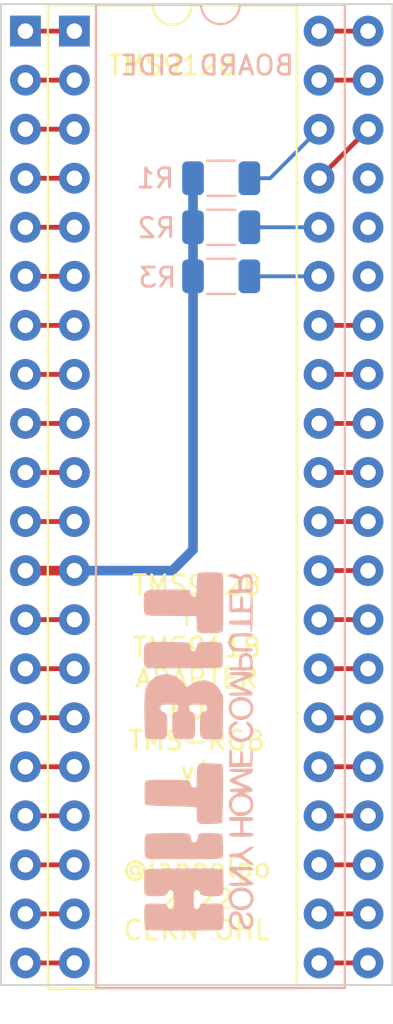
<source format=kicad_pcb>
(kicad_pcb (version 20211014) (generator pcbnew)
  (layers (0 "F.Cu" signal) (31 "B.Cu" signal) (34 "B.Paste" user) (35 "F.Paste" user) (36 "B.SilkS" user "B.Silkscreen") (37 "F.SilkS" user "F.Silkscreen") (38 "B.Mask" user) (39 "F.Mask" user) (44 "Edge.Cuts" user))
  (net 0 "")
  (footprint "Package_DIP:DIP-40_W15.24mm" (layer "F.Cu") (at 124.46 66.04)
    (fp_text reference "BOARD SIDE" (at 6.892936 1.778) (layer "B.SilkS") (effects (justify mirror)))
    (fp_text value "DIP-40_W15.24mm")
    (fp_line (start 14.037613 -1.365259) (end 14.037613 49.554741) (layer "B.SilkS") (width 0.12))
    (fp_line (start 1.117613 -1.365259) (end 6.577613 -1.365259) (layer "B.SilkS") (width 0.12))
    (fp_line (start 14.037613 49.554741) (end 1.117613 49.554741) (layer "B.SilkS") (width 0.12))
    (fp_line (start 1.117613 49.554741) (end 1.117613 -1.365259) (layer "B.SilkS") (width 0.12))
    (fp_line (start 8.577613 -1.365259) (end 14.037613 -1.365259) (layer "B.SilkS") (width 0.12))
    (fp_arc (start 8.577613 -1.365259) (mid 7.577613 -0.365259) (end 6.577613 -1.365259) (layer "B.SilkS") (width 0.12))
    (pad "1" thru_hole rect (at 0 0) (size 1.6 1.6) (drill 0.8) (layers *.Cu *.Mask))
    (pad "2" thru_hole oval (at 0 2.54) (size 1.6 1.6) (drill 0.8) (layers *.Cu *.Mask))
    (pad "3" thru_hole oval (at 0 5.08) (size 1.6 1.6) (drill 0.8) (layers *.Cu *.Mask))
    (pad "4" thru_hole oval (at 0 7.62) (size 1.6 1.6) (drill 0.8) (layers *.Cu *.Mask))
    (pad "5" thru_hole oval (at 0 10.16) (size 1.6 1.6) (drill 0.8) (layers *.Cu *.Mask))
    (pad "6" thru_hole oval (at 0 12.7) (size 1.6 1.6) (drill 0.8) (layers *.Cu *.Mask))
    (pad "7" thru_hole oval (at 0 15.24) (size 1.6 1.6) (drill 0.8) (layers *.Cu *.Mask))
    (pad "8" thru_hole oval (at 0 17.78) (size 1.6 1.6) (drill 0.8) (layers *.Cu *.Mask))
    (pad "9" thru_hole oval (at 0 20.32) (size 1.6 1.6) (drill 0.8) (layers *.Cu *.Mask))
    (pad "10" thru_hole oval (at 0 22.86) (size 1.6 1.6) (drill 0.8) (layers *.Cu *.Mask))
    (pad "11" thru_hole oval (at 0 25.4) (size 1.6 1.6) (drill 0.8) (layers *.Cu *.Mask))
    (pad "12" thru_hole oval (at 0 27.94) (size 1.6 1.6) (drill 0.8) (layers *.Cu *.Mask))
    (pad "13" thru_hole oval (at 0 30.48) (size 1.6 1.6) (drill 0.8) (layers *.Cu *.Mask))
    (pad "14" thru_hole oval (at 0 33.02) (size 1.6 1.6) (drill 0.8) (layers *.Cu *.Mask))
    (pad "15" thru_hole oval (at 0 35.56) (size 1.6 1.6) (drill 0.8) (layers *.Cu *.Mask))
    (pad "16" thru_hole oval (at 0 38.1) (size 1.6 1.6) (drill 0.8) (layers *.Cu *.Mask))
    (pad "17" thru_hole oval (at 0 40.64) (size 1.6 1.6) (drill 0.8) (layers *.Cu *.Mask))
    (pad "18" thru_hole oval (at 0 43.18) (size 1.6 1.6) (drill 0.8) (layers *.Cu *.Mask))
    (pad "19" thru_hole oval (at 0 45.72) (size 1.6 1.6) (drill 0.8) (layers *.Cu *.Mask))
    (pad "20" thru_hole oval (at 0 48.26) (size 1.6 1.6) (drill 0.8) (layers *.Cu *.Mask))
    (pad "21" thru_hole oval (at 15.24 48.26) (size 1.6 1.6) (drill 0.8) (layers *.Cu *.Mask))
    (pad "22" thru_hole oval (at 15.24 45.72) (size 1.6 1.6) (drill 0.8) (layers *.Cu *.Mask))
    (pad "23" thru_hole oval (at 15.24 43.18) (size 1.6 1.6) (drill 0.8) (layers *.Cu *.Mask))
    (pad "24" thru_hole oval (at 15.24 40.64) (size 1.6 1.6) (drill 0.8) (layers *.Cu *.Mask))
    (pad "25" thru_hole oval (at 15.24 38.1) (size 1.6 1.6) (drill 0.8) (layers *.Cu *.Mask))
    (pad "26" thru_hole oval (at 15.24 35.56) (size 1.6 1.6) (drill 0.8) (layers *.Cu *.Mask))
    (pad "27" thru_hole oval (at 15.24 33.02) (size 1.6 1.6) (drill 0.8) (layers *.Cu *.Mask))
    (pad "28" thru_hole oval (at 15.24 30.48) (size 1.6 1.6) (drill 0.8) (layers *.Cu *.Mask))
    (pad "29" thru_hole oval (at 15.24 27.94) (size 1.6 1.6) (drill 0.8) (layers *.Cu *.Mask))
    (pad "30" thru_hole oval (at 15.24 25.4) (size 1.6 1.6) (drill 0.8) (layers *.Cu *.Mask))
    (pad "31" thru_hole oval (at 15.24 22.86) (size 1.6 1.6) (drill 0.8) (layers *.Cu *.Mask))
    (pad "32" thru_hole oval (at 15.24 20.32) (size 1.6 1.6) (drill 0.8) (layers *.Cu *.Mask))
    (pad "33" thru_hole oval (at 15.24 17.78) (size 1.6 1.6) (drill 0.8) (layers *.Cu *.Mask))
    (pad "34" thru_hole oval (at 15.24 15.24) (size 1.6 1.6) (drill 0.8) (layers *.Cu *.Mask))
    (pad "35" thru_hole oval (at 15.24 12.7) (size 1.6 1.6) (drill 0.8) (layers *.Cu *.Mask))
    (pad "36" thru_hole oval (at 15.24 10.16) (size 1.6 1.6) (drill 0.8) (layers *.Cu *.Mask))
    (pad "37" thru_hole oval (at 15.24 7.62) (size 1.6 1.6) (drill 0.8) (layers *.Cu *.Mask))
    (pad "38" thru_hole oval (at 15.24 5.08) (size 1.6 1.6) (drill 0.8) (layers *.Cu *.Mask))
    (pad "39" thru_hole oval (at 15.24 2.54) (size 1.6 1.6) (drill 0.8) (layers *.Cu *.Mask))
    (pad "40" thru_hole oval (at 15.24 0) (size 1.6 1.6) (drill 0.8) (layers *.Cu *.Mask))
  )
  (footprint "Package_DIP:DIP-40_W15.24mm" (layer "F.Cu") (at 121.92 66.04)
    (fp_text reference "TMS9128" (at 7.62 1.778) (layer "F.SilkS"))
    (fp_text value "DIP-40_W15.24mm")
    (fp_line (start 14.08 49.59) (end 14.08 -1.33) (layer "F.SilkS") (width 0.12))
    (fp_line (start 14.08 -1.33) (end 8.62 -1.33) (layer "F.SilkS") (width 0.12))
    (fp_line (start 1.16 49.59) (end 14.08 49.59) (layer "F.SilkS") (width 0.12))
    (fp_line (start 6.62 -1.33) (end 1.16 -1.33) (layer "F.SilkS") (width 0.12))
    (fp_line (start 1.16 -1.33) (end 1.16 49.59) (layer "F.SilkS") (width 0.12))
    (fp_arc (start 8.62 -1.33) (mid 7.62 -0.33) (end 6.62 -1.33) (layer "F.SilkS") (width 0.12))
    (pad "1" thru_hole rect (at 0 0) (size 1.6 1.6) (drill 0.8) (layers *.Cu *.Mask))
    (pad "2" thru_hole oval (at 0 2.54) (size 1.6 1.6) (drill 0.8) (layers *.Cu *.Mask))
    (pad "3" thru_hole oval (at 0 5.08) (size 1.6 1.6) (drill 0.8) (layers *.Cu *.Mask))
    (pad "4" thru_hole oval (at 0 7.62) (size 1.6 1.6) (drill 0.8) (layers *.Cu *.Mask))
    (pad "5" thru_hole oval (at 0 10.16) (size 1.6 1.6) (drill 0.8) (layers *.Cu *.Mask))
    (pad "6" thru_hole oval (at 0 12.7) (size 1.6 1.6) (drill 0.8) (layers *.Cu *.Mask))
    (pad "7" thru_hole oval (at 0 15.24) (size 1.6 1.6) (drill 0.8) (layers *.Cu *.Mask))
    (pad "8" thru_hole oval (at 0 17.78) (size 1.6 1.6) (drill 0.8) (layers *.Cu *.Mask))
    (pad "9" thru_hole oval (at 0 20.32) (size 1.6 1.6) (drill 0.8) (layers *.Cu *.Mask))
    (pad "10" thru_hole oval (at 0 22.86) (size 1.6 1.6) (drill 0.8) (layers *.Cu *.Mask))
    (pad "11" thru_hole oval (at 0 25.4) (size 1.6 1.6) (drill 0.8) (layers *.Cu *.Mask))
    (pad "12" thru_hole oval (at 0 27.94) (size 1.6 1.6) (drill 0.8) (layers *.Cu *.Mask))
    (pad "13" thru_hole oval (at 0 30.48) (size 1.6 1.6) (drill 0.8) (layers *.Cu *.Mask))
    (pad "14" thru_hole oval (at 0 33.02) (size 1.6 1.6) (drill 0.8) (layers *.Cu *.Mask))
    (pad "15" thru_hole oval (at 0 35.56) (size 1.6 1.6) (drill 0.8) (layers *.Cu *.Mask))
    (pad "16" thru_hole oval (at 0 38.1) (size 1.6 1.6) (drill 0.8) (layers *.Cu *.Mask))
    (pad "17" thru_hole oval (at 0 40.64) (size 1.6 1.6) (drill 0.8) (layers *.Cu *.Mask))
    (pad "18" thru_hole oval (at 0 43.18) (size 1.6 1.6) (drill 0.8) (layers *.Cu *.Mask))
    (pad "19" thru_hole oval (at 0 45.72) (size 1.6 1.6) (drill 0.8) (layers *.Cu *.Mask))
    (pad "20" thru_hole oval (at 0 48.26) (size 1.6 1.6) (drill 0.8) (layers *.Cu *.Mask))
    (pad "21" thru_hole oval (at 15.24 48.26) (size 1.6 1.6) (drill 0.8) (layers *.Cu *.Mask))
    (pad "22" thru_hole oval (at 15.24 45.72) (size 1.6 1.6) (drill 0.8) (layers *.Cu *.Mask))
    (pad "23" thru_hole oval (at 15.24 43.18) (size 1.6 1.6) (drill 0.8) (layers *.Cu *.Mask))
    (pad "24" thru_hole oval (at 15.24 40.64) (size 1.6 1.6) (drill 0.8) (layers *.Cu *.Mask))
    (pad "25" thru_hole oval (at 15.24 38.1) (size 1.6 1.6) (drill 0.8) (layers *.Cu *.Mask))
    (pad "26" thru_hole oval (at 15.24 35.56) (size 1.6 1.6) (drill 0.8) (layers *.Cu *.Mask))
    (pad "27" thru_hole oval (at 15.24 33.02) (size 1.6 1.6) (drill 0.8) (layers *.Cu *.Mask))
    (pad "28" thru_hole oval (at 15.24 30.48) (size 1.6 1.6) (drill 0.8) (layers *.Cu *.Mask))
    (pad "29" thru_hole oval (at 15.24 27.94) (size 1.6 1.6) (drill 0.8) (layers *.Cu *.Mask))
    (pad "30" thru_hole oval (at 15.24 25.4) (size 1.6 1.6) (drill 0.8) (layers *.Cu *.Mask))
    (pad "31" thru_hole oval (at 15.24 22.86) (size 1.6 1.6) (drill 0.8) (layers *.Cu *.Mask))
    (pad "32" thru_hole oval (at 15.24 20.32) (size 1.6 1.6) (drill 0.8) (layers *.Cu *.Mask))
    (pad "33" thru_hole oval (at 15.24 17.78) (size 1.6 1.6) (drill 0.8) (layers *.Cu *.Mask))
    (pad "34" thru_hole oval (at 15.24 15.24) (size 1.6 1.6) (drill 0.8) (layers *.Cu *.Mask))
    (pad "35" thru_hole oval (at 15.24 12.7) (size 1.6 1.6) (drill 0.8) (layers *.Cu *.Mask))
    (pad "36" thru_hole oval (at 15.24 10.16) (size 1.6 1.6) (drill 0.8) (layers *.Cu *.Mask))
    (pad "37" thru_hole oval (at 15.24 7.62) (size 1.6 1.6) (drill 0.8) (layers *.Cu *.Mask))
    (pad "38" thru_hole oval (at 15.24 5.08) (size 1.6 1.6) (drill 0.8) (layers *.Cu *.Mask))
    (pad "39" thru_hole oval (at 15.24 2.54) (size 1.6 1.6) (drill 0.8) (layers *.Cu *.Mask))
    (pad "40" thru_hole oval (at 15.24 0) (size 1.6 1.6) (drill 0.8) (layers *.Cu *.Mask))
  )
  (footprint "Resistor_SMD:R_1206_3216Metric" (layer "B.Cu") (at 132.08 73.66 180)
    (fp_text reference "R1" (at 3.418485 -0.008087) (layer "B.SilkS") (effects (justify mirror)))
    (fp_text value "R_1206_3216Metric")
    (fp_line (start -0.727064 0.91) (end 0.727064 0.91) (layer "B.SilkS") (width 0.12))
    (fp_line (start -0.727064 -0.91) (end 0.727064 -0.91) (layer "B.SilkS") (width 0.12))
    (pad "1" smd roundrect (at -1.4625 0 180) (size 1.125 1.75) (layers "B.Cu" "B.Paste" "B.Mask") (roundrect_rratio 0.2222222222))
    (pad "2" smd roundrect (at 1.4625 0 180) (size 1.125 1.75) (layers "B.Cu" "B.Paste" "B.Mask") (roundrect_rratio 0.2222222222))
  )
  (footprint "Library:hitbit" (layer "B.Cu") (at 130.81 103.378 90)
    (fp_text reference " " (at 0 0 90) (layer "B.SilkS") (effects (font (size 1.524 1.524) (thickness 0.3)) (justify mirror)))
    (fp_text value "LOGO" hide)
    (fp_poly (pts (xy 6.107586 2.908599) (xy 6.130796 2.885129) (xy 6.1449 2.829433) (xy 6.152146 2.727949) (xy 6.154782 2.567113) (xy 6.155089 2.418304) (xy 6.151697 2.218122) (xy 6.14247 2.042632) (xy 6.128832 1.911183) (xy 6.112839 1.844254) (xy 6.013129 1.7379) (xy 5.863369 1.670424) (xy 5.687866 1.645977) (xy 5.510928 1.668707) (xy 5.389367 1.720747) (xy 5.315114 1.771863) (xy 5.265767 1.828954) (xy 5.235484 1.90981) (xy 5.218424 2.032217) (xy 5.208747 2.213963) (xy 5.206581 2.277383) (xy 5.200239 2.520998) (xy 5.200508 2.694212) (xy 5.208961 2.808538) (xy 5.227168 2.875489) (xy 5.256699 2.906576) (xy 5.293377 2.913409) (xy 5.328638 2.908404) (xy 5.352042 2.884134) (xy 5.366004 2.826714) (xy 5.372938 2.72226) (xy 5.375259 2.556887) (xy 5.375445 2.441519) (xy 5.380449 2.197147) (xy 5.399096 2.023171) (xy 5.436834 1.90833) (xy 5.499112 1.841363) (xy 5.59138 1.811008) (xy 5.683199 1.805493) (xy 5.801444 1.815836) (xy 5.885625 1.854372) (xy 5.941193 1.932364) (xy 5.973597 2.061073) (xy 5.988285 2.251759) (xy 5.990954 2.441519) (xy 5.991824 2.644271) (xy 5.996045 2.778845) (xy 6.006031 2.859126) (xy 6.024197 2.898997) (xy 6.052957 2.912343) (xy 6.073021 2.913409)) (layer "B.SilkS") (width 0) (fill solid))
    (fp_poly (pts (xy 4.073644 2.902077) (xy 4.077299 2.90071) (xy 4.103888 2.880654) (xy 4.122511 2.835968) (xy 4.134516 2.754165) (xy 4.141251 2.622758) (xy 4.144062 2.429259) (xy 4.144427 2.278671) (xy 4.143858 2.046399) (xy 4.141013 1.883811) (xy 4.13419 1.778521) (xy 4.121683 1.718149) (xy 4.101788 1.690309) (xy 4.072801 1.68262) (xy 4.062359 1.682391) (xy 4.025007 1.688023) (xy 4.001095 1.714821) (xy 3.987654 1.777639) (xy 3.981712 1.891332) (xy 3.980298 2.070754) (xy 3.980291 2.09273) (xy 3.976785 2.264972) (xy 3.967329 2.401613) (xy 3.953523 2.485287) (xy 3.942555 2.50307) (xy 3.910183 2.467396) (xy 3.866478 2.375438) (xy 3.834541 2.287641) (xy 3.790105 2.160305) (xy 3.751259 2.064022) (xy 3.734006 2.031179) (xy 3.702608 1.96779) (xy 3.662806 1.862244) (xy 3.653414 1.833932) (xy 3.609136 1.729709) (xy 3.557624 1.690363) (xy 3.520498 1.690314) (xy 3.474436 1.715665) (xy 3.423392 1.78506) (xy 3.361165 1.909392) (xy 3.281553 2.099552) (xy 3.267989 2.133764) (xy 3.098062 2.56462) (xy 3.086415 2.123506) (xy 3.080182 1.928427) (xy 3.071806 1.801107) (xy 3.058258 1.72724) (xy 3.036507 1.692524) (xy 3.003524 1.682653) (xy 2.992992 1.682391) (xy 2.961422 1.686229) (xy 2.939574 1.705943) (xy 2.926017 1.753829) (xy 2.919319 1.842184) (xy 2.91805 1.983307) (xy 2.92078 2.189494) (xy 2.922571 2.287641) (xy 2.933926 2.892892) (xy 3.036511 2.892892) (xy 3.082741 2.88609) (xy 3.123357 2.857302) (xy 3.166134 2.793957) (xy 3.218847 2.68348) (xy 3.289269 2.5133) (xy 3.321867 2.431431) (xy 3.394384 2.257094) (xy 3.458782 2.118365) (xy 3.508301 2.028732) (xy 3.536179 2.001685) (xy 3.536985 2.002316) (xy 3.564612 2.051912) (xy 3.614014 2.160718) (xy 3.677549 2.31133) (xy 3.730668 2.44326) (xy 3.818041 2.653987) (xy 3.888808 2.795706) (xy 3.950185 2.877943) (xy 4.009391 2.910225)) (layer "B.SilkS") (width 0) (fill solid))
    (fp_poly (pts (xy 5.259868 1.353297) (xy 5.424344 1.349716) (xy 5.533408 1.341712) (xy 5.600385 1.327617) (xy 5.6386 1.305766) (xy 5.661238 1.274749) (xy 5.677997 1.20246) (xy 5.690427 1.069338) (xy 5.698456 0.895067) (xy 5.702015 0.699328) (xy 5.701031 0.501803) (xy 5.695433 0.322173) (xy 5.685151 0.180122) (xy 5.670113 0.095329) (xy 5.665542 0.08529) (xy 5.604292 0.043655) (xy 5.495876 0.010225) (xy 5.45509 0.003222) (xy 5.304605 -0.040862) (xy 5.224141 -0.111594) (xy 5.213698 -0.192815) (xy 5.273275 -0.268366) (xy 5.402872 -0.322091) (xy 5.45509 -0.331493) (xy 5.571536 -0.359153) (xy 5.652439 -0.399549) (xy 5.665542 -0.413561) (xy 5.675566 -0.4692) (xy 5.684174 -0.593098) (xy 5.691278 -0.771456) (xy 5.696791 -0.990475) (xy 5.700625 -1.236356) (xy 5.702692 -1.495301) (xy 5.702905 -1.753512) (xy 5.701177 -1.997189) (xy 5.697419 -2.212535) (xy 5.691544 -2.38575) (xy 5.683464 -2.503036) (xy 5.679005 -2.534298) (xy 5.649074 -2.617737) (xy 5.590118 -2.677204) (xy 5.490405 -2.71635) (xy 5.338204 -2.738827) (xy 5.121786 -2.748285) (xy 4.988237 -2.749273) (xy 4.778088 -2.747377) (xy 4.632847 -2.740096) (xy 4.535411 -2.725045) (xy 4.468676 -2.699834) (xy 4.425952 -2.670791) (xy 4.32908 -2.59231) (xy 4.335375 -0.70587) (xy 4.337872 -0.201461) (xy 4.341774 0.22371) (xy 4.347156 0.572466) (xy 4.354095 0.847624) (xy 4.362666 1.052007) (xy 4.372944 1.188435) (xy 4.385004 1.259726) (xy 4.388111 1.267345) (xy 4.410818 1.301328) (xy 4.445406 1.32506) (xy 4.505353 1.340372) (xy 4.604136 1.349095) (xy 4.75523 1.353061) (xy 4.972114 1.354102) (xy 5.026656 1.35412)) (layer "B.SilkS") (width 0) (fill solid))
    (fp_poly (pts (xy -8.662391 2.946829) (xy -8.502435 2.897233) (xy -8.499973 2.895969) (xy -8.403083 2.821253) (xy -8.335111 2.724338) (xy -8.308864 2.629959) (xy -8.33046 2.568637) (xy -8.378239 2.55738) (xy -8.447555 2.609189) (xy -8.486302 2.651646) (xy -8.574929 2.740072) (xy -8.65637 2.798757) (xy -8.671677 2.805486) (xy -8.795014 2.81524) (xy -8.914409 2.775325) (xy -8.988955 2.703519) (xy -9.012051 2.601066) (xy -8.959027 2.519142) (xy -8.828245 2.456146) (xy -8.70465 2.425349) (xy -8.485135 2.364171) (xy -8.339893 2.279456) (xy -8.263409 2.166872) (xy -8.247819 2.066537) (xy -8.265754 1.906214) (xy -8.327769 1.795198) (xy -8.446178 1.720969) (xy -8.633293 1.67101) (xy -8.637641 1.670206) (xy -8.76538 1.664193) (xy -8.865724 1.679843) (xy -9.030791 1.746105) (xy -9.135297 1.831309) (xy -9.191895 1.929309) (xy -9.222751 2.02705) (xy -9.210008 2.086102) (xy -9.193273 2.105272) (xy -9.143401 2.128359) (xy -9.096175 2.079476) (xy -9.095023 2.077607) (xy -9.00492 1.943078) (xy -8.926202 1.866889) (xy -8.835213 1.833169) (xy -8.720027 1.82601) (xy -8.581366 1.837295) (xy -8.497109 1.876623) (xy -8.468649 1.90778) (xy -8.415834 2.013505) (xy -8.432898 2.098669) (xy -8.523993 2.169611) (xy -8.678675 2.228344) (xy -8.828243 2.276478) (xy -8.959904 2.324206) (xy -9.026922 2.352716) (xy -9.130533 2.445801) (xy -9.182786 2.582859) (xy -9.176382 2.722247) (xy -9.110376 2.830635) (xy -8.98817 2.907929) (xy -8.831572 2.948527)) (layer "B.SilkS") (width 0) (fill solid))
    (fp_poly (pts (xy 3.136089 1.254803) (xy 3.373747 1.096872) (xy 3.552404 0.892269) (xy 3.668924 0.654184) (xy 3.720175 0.39581) (xy 3.70302 0.130338) (xy 3.614326 -0.129041) (xy 3.506106 -0.302397) (xy 3.429051 -0.40894) (xy 3.3781 -0.490193) (xy 3.365684 -0.520721) (xy 3.397644 -0.560101) (xy 3.478867 -0.625932) (xy 3.551814 -0.67706) (xy 3.771273 -0.867796) (xy 3.926247 -1.097128) (xy 4.016214 -1.352235) (xy 4.040654 -1.620299) (xy 3.999048 -1.888499) (xy 3.890874 -2.144015) (xy 3.715613 -2.374028) (xy 3.624103 -2.458101) (xy 3.523135 -2.532581) (xy 3.41195 -2.593055) (xy 3.281827 -2.640557) (xy 3.124047 -2.676117) (xy 2.929891 -2.700769) (xy 2.69064 -2.715545) (xy 2.397574 -2.721477) (xy 2.041974 -2.719597) (xy 1.61512 -2.710938) (xy 1.511295 -2.708239) (xy 1.267888 -2.700019) (xy 1.052687 -2.689525) (xy 0.879169 -2.677676) (xy 0.76081 -2.665392) (xy 0.711134 -2.653639) (xy 0.696334 -2.601022) (xy 0.682286 -2.484449) (xy 0.670718 -2.322024) (xy 0.66412 -2.161231) (xy 0.658599 -1.929302) (xy 0.66492 -1.763686) (xy 0.694625 -1.652835) (xy 0.759258 -1.585198) (xy 0.870361 -1.549224) (xy 1.039479 -1.533364) (xy 1.278154 -1.526067) (xy 1.299433 -1.525537) (xy 1.566182 -1.522165) (xy 1.762862 -1.529459) (xy 1.901121 -1.550489) (xy 1.992603 -1.588322) (xy 2.048957 -1.646029) (xy 2.081827 -1.726677) (xy 2.083243 -1.732062) (xy 2.121202 -1.828111) (xy 2.188342 -1.869889) (xy 2.254927 -1.880346) (xy 2.366855 -1.874183) (xy 2.426329 -1.839312) (xy 2.44173 -1.775817) (xy 2.453577 -1.652347) (xy 2.460076 -1.490973) (xy 2.460779 -1.41567) (xy 2.457122 -1.244808) (xy 2.447347 -1.102388) (xy 2.43325 -1.010484) (xy 2.426329 -0.992029) (xy 2.359191 -0.950817) (xy 2.25978 -0.947551) (xy 2.162957 -0.976441) (xy 2.103583 -1.031699) (xy 2.099089 -1.046365) (xy 2.076885 -1.131167) (xy 2.037508 -1.191776) (xy 1.96856 -1.232175) (xy 1.857641 -1.25635) (xy 1.692354 -1.268282) (xy 1.460298 -1.271956) (xy 1.396637 -1.272052) (xy 1.139502 -1.271407) (xy 0.952755 -1.263641) (xy 0.824732 -1.240008) (xy 0.74377 -1.191763) (xy 0.698205 -1.110158) (xy 0.676373 -0.986447) (xy 0.66661 -0.811886) (xy 0.663335 -0.722178) (xy 0.656141 -0.492957) (xy 0.661354 -0.326238) (xy 0.689877 -0.212092) (xy 0.752613 -0.140586) (xy 0.860462 -0.101789) (xy 1.024329 -0.08577) (xy 1.255114 -0.082597) (xy 1.365324 -0.082696) (xy 1.579132 -0.085192) (xy 1.765556 -0.091612) (xy 1.908217 -0.101077) (xy 1.990735 -0.112703) (xy 2.002145 -0.116969) (xy 2.050449 -0.178652) (xy 2.086917 -0.270218) (xy 2.126494 -0.357405) (xy 2.20228 -0.395551) (xy 2.255268 -0.403125) (xy 2.366959 -0.396938) (xy 2.426329 -0.362091) (xy 2.443149 -0.294072) (xy 2.454193 -0.168186) (xy 2.459459 -0.008428) (xy 2.458947 0.161205) (xy 2.452659 0.316716) (xy 2.440594 0.43411) (xy 2.426329 0.485193) (xy 2.360009 0.52167) (xy 2.252563 0.526227) (xy 2.154473 0.505924) (xy 2.111271 0.455928) (xy 2.100307 0.400529) (xy 2.079775 0.313305) (xy 2.033804 0.250035) (xy 1.951147 0.207102) (xy 1.820558 0.180886) (xy 1.63079 0.167771) (xy 1.370597 0.164137) (xy 1.365507 0.164136) (xy 1.109209 0.16545) (xy 0.92358 0.175904) (xy 0.797222 0.205268) (xy 0.718737 0.263311) (xy 0.676729 0.3598) (xy 0.6598 0.504505) (xy 0.656553 0.707194) (xy 0.656543 0.771802) (xy 0.661965 1.016294) (xy 0.678008 1.186403) (xy 0.704334 1.27877) (xy 0.707836 1.284029) (xy 0.731155 1.305077) (xy 0.772297 1.321562) (xy 0.840776 1.334127) (xy 0.946108 1.343415) (xy 1.097806 1.350069) (xy 1.305385 1.354732) (xy 1.578359 1.358047) (xy 1.832584 1.360041) (xy 2.90604 1.367356)) (layer "B.SilkS") (width 0) (fill solid))
    (fp_poly (pts (xy -7.337721 2.904877) (xy -7.188978 2.800777) (xy -7.077284 2.640945) (xy -7.043012 2.550477) (xy -7.00551 2.313191) (xy -7.032608 2.098194) (xy -7.115321 1.915393) (xy -7.244666 1.774694) (xy -7.411662 1.686006) (xy -7.607325 1.659234) (xy -7.813401 1.700837) (xy -8.002147 1.808406) (xy -8.129748 1.968324) (xy -8.19355 2.175371) (xy -8.193207 2.207557) (xy -7.995195 2.207557) (xy -7.958735 2.047238) (xy -7.866911 1.922305) (xy -7.730041 1.846036) (xy -7.572701 1.823652) (xy -7.419468 1.86037) (xy -7.337152 1.915245) (xy -7.243744 2.050207) (xy -7.197929 2.22497) (xy -7.200122 2.412186) (xy -7.250736 2.584507) (xy -7.32541 2.692307) (xy -7.457236 2.772265) (xy -7.615748 2.795491) (xy -7.770648 2.762161) (xy -7.877255 2.689061) (xy -7.950661 2.56196) (xy -7.991355 2.390575) (xy -7.995195 2.207557) (xy -8.193207 2.207557) (xy -8.190897 2.424326) (xy -8.188805 2.438905) (xy -8.125042 2.639273) (xy -8.010537 2.792459) (xy -7.85992 2.897037) (xy -7.687824 2.951582) (xy -7.50888 2.954671)) (layer "B.SilkS") (width 0) (fill solid))
    (fp_poly (pts (xy 8.94804 2.905115) (xy 9.025338 2.889794) (xy 9.081075 2.859081) (xy 9.13037 2.814233) (xy 9.215423 2.678029) (xy 9.224297 2.526459) (xy 9.156305 2.376352) (xy 9.148696 2.366394) (xy 9.094706 2.285491) (xy 9.092848 2.224254) (xy 9.123731 2.165949) (xy 9.165225 2.068349) (xy 9.200684 1.932241) (xy 9.21067 1.874055) (xy 9.224833 1.756215) (xy 9.218813 1.699827) (xy 9.185513 1.685325) (xy 9.143676 1.689402) (xy 9.08349 1.711031) (xy 9.047445 1.768626) (xy 9.023032 1.883865) (xy 9.020172 1.903426) (xy 8.996288 2.027987) (xy 8.967779 2.118405) (xy 8.953976 2.141598) (xy 8.895304 2.159906) (xy 8.782289 2.168449) (xy 8.674398 2.166766) (xy 8.432472 2.154281) (xy 8.420166 1.918336) (xy 8.409017 1.782797) (xy 8.389056 1.710946) (xy 8.353367 1.684428) (xy 8.331259 1.682391) (xy 8.260464 1.700962) (xy 8.24098 1.722606) (xy 8.237413 1.776405) (xy 8.237135 1.895979) (xy 8.239964 2.065107) (xy 8.245716 2.267569) (xy 8.247819 2.327856) (xy 8.252085 2.445346) (xy 8.424306 2.445346) (xy 8.435364 2.375404) (xy 8.4363 2.373774) (xy 8.493126 2.347783) (xy 8.602022 2.338234) (xy 8.734975 2.343625) (xy 8.863973 2.362452) (xy 8.961002 2.393212) (xy 8.9773 2.402812) (xy 9.054058 2.498628) (xy 9.058166 2.61423) (xy 9.000587 2.715267) (xy 8.923917 2.757784) (xy 8.803979 2.784183) (xy 8.669955 2.792934) (xy 8.551029 2.782505) (xy 8.476385 2.751364) (xy 8.469708 2.743128) (xy 8.44492 2.667267) (xy 8.428639 2.55532) (xy 8.424306 2.445346) (xy 8.252085 2.445346) (xy 8.268336 2.892892) (xy 8.648221 2.904694) (xy 8.829047 2.908823)) (layer "B.SilkS") (width 0) (fill solid))
    (fp_poly (pts (xy 8.148017 1.374247) (xy 8.468081 1.372871) (xy 8.721542 1.370194) (xy 8.916131 1.365904) (xy 9.059581 1.359689) (xy 9.159621 1.351235) (xy 9.223983 1.340229) (xy 9.260398 1.326358) (xy 9.274544 1.313086) (xy 9.290285 1.247099) (xy 9.301844 1.118398) (xy 9.309219 0.946232) (xy 9.312409 0.749849) (xy 9.311411 0.548496) (xy 9.306225 0.361421) (xy 9.296848 0.207873) (xy 9.283279 0.107099) (xy 9.274646 0.082068) (xy 9.240954 0.055987) (xy 9.169675 0.036127) (xy 9.049355 0.020986) (xy 8.868536 0.009059) (xy 8.649507 0) (xy 8.41978 -0.008421) (xy 8.259246 -0.016608) (xy 8.155077 -0.02714) (xy 8.094445 -0.042599) (xy 8.064524 -0.065564) (xy 8.052484 -0.098618) (xy 8.049011 -0.120803) (xy 8.069794 -0.227429) (xy 8.153328 -0.302038) (xy 8.273757 -0.328271) (xy 8.360483 -0.348914) (xy 8.397704 -0.379443) (xy 8.405769 -0.432769) (xy 8.412286 -0.556804) (xy 8.417044 -0.740198) (xy 8.419833 -0.971603) (xy 8.420443 -1.23967) (xy 8.41881 -1.518135) (xy 8.416234 -1.8688) (xy 8.412882 -2.14606) (xy 8.403997 -2.35848) (xy 8.38482 -2.514627) (xy 8.350592 -2.623065) (xy 8.296555 -2.692361) (xy 8.217951 -2.73108) (xy 8.110021 -2.747788) (xy 7.968006 -2.751052) (xy 7.78715 -2.749436) (xy 7.734895 -2.749273) (xy 7.513458 -2.747419) (xy 7.358506 -2.740599) (xy 7.254513 -2.726926) (xy 7.185956 -2.704512) (xy 7.144292 -2.677464) (xy 7.12013 -2.654976) (xy 7.100834 -2.625933) (xy 7.085772 -2.581415) (xy 7.074309 -2.5125) (xy 7.065813 -2.410266) (xy 7.05965 -2.265791) (xy 7.055187 -2.070155) (xy 7.05179 -1.814436) (xy 7.048825 -1.489712) (xy 7.04742 -1.313086) (xy 7.037319 -0.020517) (xy 6.649717 -0.008612) (xy 6.474928 0.001083) (xy 6.328579 0.01718) (xy 6.231986 0.036957) (xy 6.208603 0.047705) (xy 6.18424 0.10852) (xy 6.166598 0.232494) (xy 6.155605 0.400995) (xy 6.151191 0.595396) (xy 6.153285 0.797068) (xy 6.161817 0.987381) (xy 6.176715 1.147706) (xy 6.197908 1.259415) (xy 6.213342 1.294984) (xy 6.2318 1.315845) (xy 6.258994 1.33271) (xy 6.303114 1.346004) (xy 6.372352 1.35615) (xy 6.474899 1.363571) (xy 6.618946 1.368691) (xy 6.812684 1.371935) (xy 7.064304 1.373724) (xy 7.381996 1.374483) (xy 7.753619 1.374637)) (layer "B.SilkS") (width 0) (fill solid))
    (fp_poly (pts (xy -5.753893 2.916691) (xy -5.653664 2.803503) (xy -5.560097 2.667205) (xy -5.473832 2.535726) (xy -5.40454 2.435886) (xy -5.363603 2.383878) (xy -5.358167 2.379968) (xy -5.329659 2.412275) (xy -5.271731 2.497128) (xy -5.196717 2.616422) (xy -5.193926 2.621011) (xy -5.082014 2.794635) (xy -4.9971 2.899605) (xy -4.932651 2.942171) (xy -4.882131 2.928584) (xy -4.877203 2.923989) (xy -4.871652 2.874613) (xy -4.911363 2.776716) (xy -4.999185 2.623949) (xy -5.043078 2.554375) (xy -5.141849 2.39669) (xy -5.203418 2.281978) (xy -5.236527 2.185211) (xy -5.24992 2.081361) (xy -5.252342 1.955271) (xy -5.255146 1.808055) (xy -5.266785 1.725243) (xy -5.292103 1.689267) (xy -5.327571 1.682391) (xy -5.405594 1.695788) (xy -5.430156 1.709747) (xy -5.445083 1.7628) (xy -5.45502 1.871159) (xy -5.457512 1.970848) (xy -5.461421 2.085876) (xy -5.478948 2.181571) (xy -5.518794 2.280435) (xy -5.589659 2.404974) (xy -5.680302 2.547088) (xy -5.772499 2.694773) (xy -5.84185 2.817423) (xy -5.879604 2.898851) (xy -5.88305 2.922013) (xy -5.829665 2.955649)) (layer "B.SilkS") (width 0) (fill solid))
    (fp_poly (pts (xy -1.175231 1.364395) (xy -0.975871 1.360808) (xy -0.830366 1.354653) (xy -0.731666 1.345743) (xy -0.672722 1.333891) (xy -0.648659 1.32141) (xy -0.622577 1.261139) (xy -0.603015 1.135095) (xy -0.589326 0.93749) (xy -0.582227 0.726419) (xy -0.576416 0.471603) (xy -0.58016 0.287033) (xy -0.604451 0.160901) (xy -0.660281 0.081398) (xy -0.758642 0.036714) (xy -0.910527 0.01504) (xy -1.126928 0.004568) (xy -1.258406 0) (xy -1.826009 -0.020517) (xy -1.826009 -0.142079) (xy -1.815741 -0.224279) (xy -1.769467 -0.269742) (xy -1.669313 -0.300699) (xy -1.539398 -0.353862) (xy -1.474402 -0.43827) (xy -1.463818 -0.506162) (xy -1.454359 -0.643607) (xy -1.446451 -0.838096) (xy -1.440521 -1.077117) (xy -1.436997 -1.34816) (xy -1.436187 -1.559029) (xy -1.436818 -1.8815) (xy -1.439095 -2.131641) (xy -1.443597 -2.319186) (xy -1.450903 -2.453865) (xy -1.461591 -2.54541) (xy -1.47624 -2.603554) (xy -1.495428 -2.638028) (xy -1.500669 -2.643757) (xy -1.542201 -2.670573) (xy -1.612777 -2.689077) (xy -1.725633 -2.70062) (xy -1.894005 -2.706557) (xy -2.131132 -2.708239) (xy -2.13167 -2.708239) (xy -2.388105 -2.705478) (xy -2.569899 -2.696789) (xy -2.684304 -2.68156) (xy -2.738576 -2.65918) (xy -2.740634 -2.656947) (xy -2.753697 -2.601298) (xy -2.766669 -2.470107) (xy -2.779206 -2.269899) (xy -2.790963 -2.007199) (xy -2.801596 -1.688531) (xy -2.810455 -1.334691) (xy -2.81784 -1.019339) (xy -2.82574 -0.730455) (xy -2.833786 -0.478242) (xy -2.84161 -0.272901) (xy -2.848844 -0.124632) (xy -2.855118 -0.043636) (xy -2.857525 -0.031864) (xy -2.904725 -0.0176) (xy -3.014076 -0.006635) (xy -3.165674 -0.000637) (xy -3.237742 0) (xy -3.420413 0.00192) (xy -3.552562 0.015255) (xy -3.641992 0.051369) (xy -3.696505 0.121627) (xy -3.723902 0.237391) (xy -3.731987 0.410027) (xy -3.72856 0.650897) (xy -3.727072 0.712716) (xy -3.719213 0.919872) (xy -3.707145 1.098123) (xy -3.69237 1.231065) (xy -3.676391 1.302291) (xy -3.672536 1.308387) (xy -3.62112 1.319348) (xy -3.494042 1.329645) (xy -3.297707 1.339052) (xy -3.038518 1.347342) (xy -2.722881 1.354289) (xy -2.357199 1.359666) (xy -2.166914 1.361613) (xy -1.763704 1.364611) (xy -1.435492 1.3656)) (layer "B.SilkS") (width 0) (fill solid))
    (fp_poly (pts (xy -8.370211 1.396235) (xy -8.179978 1.388341) (xy -8.02511 1.373984) (xy -7.925127 1.353116) (xy -7.905613 1.34349) (xy -7.876881 1.313303) (xy -7.857752 1.263171) (xy -7.84686 1.179176) (xy -7.842841 1.047403) (xy -7.844329 0.853935) (xy -7.846478 0.740791) (xy -7.857996 0.189755) (xy -7.991357 0.155255) (xy -8.085104 0.118498) (xy -8.12095 0.057654) (xy -8.124717 0.004113) (xy -8.11792 -0.067135) (xy -8.083209 -0.105365) (xy -7.999104 -0.125846) (xy -7.929806 -0.134428) (xy -7.671503 -0.156327) (xy -7.456516 -0.160247) (xy -7.298149 -0.146392) (xy -7.222977 -0.123641) (xy -7.154176 -0.051581) (xy -7.14668 0.037595) (xy -7.19221 0.117496) (xy -7.282485 0.161731) (xy -7.313261 0.164136) (xy -7.376141 0.187829) (xy -7.421164 0.264051) (xy -7.450199 0.400519) (xy -7.46512 0.60495) (xy -7.468174 0.802833) (xy -7.466733 1.014047) (xy -7.455073 1.168753) (xy -7.422189 1.275422) (xy -7.357076 1.342523) (xy -7.248728 1.378527) (xy -7.086141 1.391902) (xy -6.858309 1.391118) (xy -6.708003 1.387874) (xy -6.424095 1.377801) (xy -6.222044 1.362155) (xy -6.101831 1.340934) (xy -6.068011 1.324606) (xy -6.055841 1.292633) (xy -6.045875 1.219774) (xy -6.038003 1.100594) (xy -6.032114 0.929662) (xy -6.028096 0.701543) (xy -6.025838 0.410805) (xy -6.025231 0.052014) (xy -6.026161 -0.380262) (xy -6.027356 -0.665539) (xy -6.029854 -1.123869) (xy -6.032749 -1.506874) (xy -6.036276 -1.821297) (xy -6.040671 -2.07388) (xy -6.04617 -2.271366) (xy -6.053009 -2.420498) (xy -6.061422 -2.528019) (xy -6.071646 -2.600671) (xy -6.083916 -2.645197) (xy -6.097301 -2.667205) (xy -6.138442 -2.692419) (xy -6.212111 -2.710026) (xy -6.330648 -2.721181) (xy -6.50639 -2.727039) (xy -6.751678 -2.728756) (xy -6.754671 -2.728756) (xy -7.012053 -2.72842) (xy -7.198739 -2.720895) (xy -7.326059 -2.696406) (xy -7.405346 -2.645178) (xy -7.44793 -2.557438) (xy -7.465142 -2.423409) (xy -7.468313 -2.233317) (xy -7.468174 -2.113247) (xy -7.464254 -1.8802) (xy -7.449991 -1.716431) (xy -7.421636 -1.609417) (xy -7.375436 -1.546634) (xy -7.30764 -1.515558) (xy -7.28792 -1.511458) (xy -7.193077 -1.463161) (xy -7.146709 -1.377643) (xy -7.164198 -1.283575) (xy -7.164984 -1.28231) (xy -7.201125 -1.247391) (xy -7.267686 -1.224114) (xy -7.380674 -1.209444) (xy -7.556099 -1.200346) (xy -7.605812 -1.198757) (xy -7.805853 -1.197962) (xy -7.966795 -1.207373) (xy -8.069959 -1.225685) (xy -8.086096 -1.232309) (xy -8.148913 -1.303505) (xy -8.150852 -1.394396) (xy -8.093601 -1.471566) (xy -8.073425 -1.483289) (xy -7.970931 -1.533305) (xy -7.929806 -1.553423) (xy -7.89919 -1.578617) (xy -7.877752 -1.628269) (xy -7.863388 -1.716245) (xy -7.853989 -1.85641) (xy -7.847449 -2.062629) (xy -7.846557 -2.101377) (xy -7.843121 -2.320374) (xy -7.845286 -2.471971) (xy -7.854523 -2.570728) (xy -7.872303 -2.631209) (xy -7.900096 -2.667976) (xy -7.90414 -2.671459) (xy -7.994874 -2.705824) (xy -8.164834 -2.724781) (xy -8.412626 -2.728278) (xy -8.736857 -2.716262) (xy -8.870327 -2.708239) (xy -9.025032 -2.694206) (xy -9.147384 -2.675787) (xy -9.214616 -2.656567) (xy -9.219115 -2.653292) (xy -9.225855 -2.606515) (xy -9.231954 -2.485824) (xy -9.237292 -2.299373) (xy -9.241749 -2.055314) (xy -9.245204 -1.7618) (xy -9.247538 -1.426982) (xy -9.248631 -1.059015) (xy -9.248364 -0.666597) (xy -9.24711 -0.214846) (xy -9.245571 0.161876) (xy -9.243469 0.470605) (xy -9.240524 0.71838) (xy -9.236457 0.912237) (xy -9.230988 1.059216) (xy -9.223838 1.166353) (xy -9.214729 1.240686) (xy -9.203379 1.289253) (xy -9.189512 1.319092) (xy -9.172846 1.33724) (xy -9.168712 1.34041) (xy -9.094429 1.364122) (xy -8.957919 1.381608) (xy -8.7787 1.39282) (xy -8.576291 1.397712)) (layer "B.SilkS") (width 0) (fill solid))
    (fp_poly (pts (xy -6.781177 2.919344) (xy -6.694674 2.819978) (xy -6.577334 2.651904) (xy -6.48156 2.505932) (xy -6.369937 2.339967) (xy -6.271735 2.20494) (xy -6.196275 2.112881) (xy -6.152881 2.075823) (xy -6.148605 2.07622) (xy -6.133004 2.124858) (xy -6.121937 2.236734) (xy -6.116766 2.393082) (xy -6.117193 2.508447) (xy -6.118307 2.682955) (xy -6.115647 2.8245) (xy -6.109763 2.914543) (xy -6.104499 2.936643) (xy -6.054782 2.940968) (xy -6.017343 2.930502) (xy -5.990938 2.910798) (xy -5.972349 2.86705) (xy -5.960267 2.7869) (xy -5.953386 2.657993) (xy -5.950396 2.467973) (xy -5.949919 2.29351) (xy -5.949919 1.682391) (xy -6.050111 1.682391) (xy -6.100947 1.694152) (xy -6.157563 1.736465) (xy -6.229253 1.819872) (xy -6.325313 1.954917) (xy -6.429675 2.112951) (xy -6.53816 2.27659) (xy -6.632113 2.411683) (xy -6.702043 2.505044) (xy -6.73846 2.54349) (xy -6.739822 2.543807) (xy -6.752455 2.505731) (xy -6.762574 2.402532) (xy -6.768971 2.251146) (xy -6.770597 2.113247) (xy -6.771596 1.921107) (xy -6.776461 1.796501) (xy -6.787996 1.724906) (xy -6.809002 1.691794) (xy -6.842283 1.682639) (xy -6.853734 1.682391) (xy -6.885391 1.685883) (xy -6.907476 1.704431) (xy -6.92138 1.750148) (xy -6.928494 1.835142) (xy -6.930209 1.971526) (xy -6.927916 2.171408) (xy -6.925543 2.307641) (xy -6.918479 2.585204) (xy -6.905493 2.78293) (xy -6.881603 2.903045) (xy -6.841825 2.947774)) (layer "B.SilkS") (width 0) (fill solid))
    (fp_poly (pts (xy 2.369201 2.937738) (xy 2.541414 2.873747) (xy 2.68478 2.759741) (xy 2.797125 2.593003) (xy 2.862378 2.401497) (xy 2.872375 2.2979) (xy 2.84691 2.142819) (xy 2.781057 1.97633) (xy 2.690631 1.830912) (xy 2.60395 1.746599) (xy 2.42499 1.673863) (xy 2.218542 1.659205) (xy 2.016575 1.704135) (xy 1.985801 1.717425) (xy 1.822298 1.834558) (xy 1.712891 1.996422) (xy 1.657795 2.185845) (xy 1.6574 2.323164) (xy 1.849324 2.323164) (xy 1.863234 2.141502) (xy 1.910226 2.006508) (xy 2.017804 1.879462) (xy 2.168294 1.815233) (xy 2.346789 1.8184) (xy 2.436882 1.844764) (xy 2.548886 1.927504) (xy 2.623457 2.062259) (xy 2.65995 2.22768) (xy 2.657714 2.402417) (xy 2.616103 2.565123) (xy 2.534468 2.694449) (xy 2.464309 2.748057) (xy 2.33437 2.784206) (xy 2.179814 2.78426) (xy 2.049727 2.748219) (xy 2.049424 2.748057) (xy 1.946963 2.650651) (xy 1.878749 2.50095) (xy 1.849324 2.323164) (xy 1.6574 2.323164) (xy 1.65722 2.385659) (xy 1.711381 2.578691) (xy 1.820491 2.747773) (xy 1.97152 2.868507) (xy 2.170481 2.942848)) (layer "B.SilkS") (width 0) (fill solid))
    (fp_poly (pts (xy 4.775862 2.90161) (xy 4.945596 2.86213) (xy 5.054834 2.788843) (xy 5.112923 2.675624) (xy 5.129241 2.524776) (xy 5.10811 2.377375) (xy 5.038328 2.276364) (xy 4.910309 2.214387) (xy 4.714471 2.184084) (xy 4.682805 2.182046) (xy 4.39063 2.165537) (xy 4.39063 1.923964) (xy 4.387521 1.788031) (xy 4.373908 1.715146) (xy 4.343365 1.686392) (xy 4.308563 1.682391) (xy 4.277021 1.686425) (xy 4.254797 1.706653) (xy 4.240264 1.755266) (xy 4.231796 1.844457) (xy 4.227769 1.986416) (xy 4.226556 2.193334) (xy 4.226495 2.2979) (xy 4.226495 2.338934) (xy 4.39063 2.338934) (xy 4.598498 2.338934) (xy 4.736252 2.347138) (xy 4.849846 2.367957) (xy 4.885735 2.381412) (xy 4.944837 2.453248) (xy 4.965297 2.559697) (xy 4.943627 2.661216) (xy 4.913813 2.699543) (xy 4.820962 2.743226) (xy 4.686928 2.772775) (xy 4.55225 2.781575) (xy 4.476266 2.770922) (xy 4.423608 2.740481) (xy 4.397972 2.677492) (xy 4.390684 2.558699) (xy 4.39063 2.541338) (xy 4.39063 2.338934) (xy 4.226495 2.338934) (xy 4.226495 2.913409) (xy 4.536287 2.913409)) (layer "B.SilkS") (width 0) (fill solid))
    (fp_poly (pts (xy -2.684861 2.945077) (xy -2.469906 2.898831) (xy -2.309465 2.79504) (xy -2.193701 2.627089) (xy -2.185434 2.609261) (xy -2.113247 2.448731) (xy -2.09273 2.670812) (xy -2.078016 2.798625) (xy -2.056193 2.864757) (xy -2.014898 2.889424) (xy -1.956927 2.892892) (xy -1.904935 2.88798) (xy -1.86254 2.864498) (xy -1.820992 2.80933) (xy -1.771541 2.70936) (xy -1.705439 2.55147) (xy -1.66953 2.462036) (xy -1.597891 2.291354) (xy -1.533597 2.153912) (xy -1.484123 2.064718) (xy -1.458449 2.038103) (xy -1.426301 2.077069) (xy -1.376034 2.174174) (xy -1.317274 2.310321) (xy -1.303297 2.345857) (xy -1.217544 2.565588) (xy -1.153652 2.719927) (xy -1.10477 2.820365) (xy -1.06405 2.878393) (xy -1.02464 2.905499) (xy -0.979692 2.913176) (xy -0.964961 2.913409) (xy -0.861712 2.913409) (xy -0.861712 2.2979) (xy -0.862278 2.061258) (xy -0.86504 1.894503) (xy -0.871596 1.785457) (xy -0.883539 1.721942) (xy -0.902469 1.691779) (xy -0.929979 1.682789) (xy -0.942392 1.682391) (xy -0.978362 1.688527) (xy -1.002433 1.716491) (xy -1.017628 1.780613) (xy -1.026967 1.895227) (xy -1.033473 2.074664) (xy -1.034718 2.120279) (xy -1.046365 2.558166) (xy -1.144429 2.31519) (xy -1.239447 2.081355) (xy -1.310111 1.91321) (xy -1.362043 1.800048) (xy -1.400867 1.731163) (xy -1.432205 1.695846) (xy -1.461682 1.683392) (xy -1.476776 1.682391) (xy -1.532267 1.713809) (xy -1.591374 1.813183) (xy -1.63882 1.930671) (xy -1.699504 2.091055) (xy -1.761418 2.245248) (xy -1.798195 2.330752) (xy -1.867043 2.482553) (xy -1.88756 2.09273) (xy -1.898564 1.911195) (xy -1.911065 1.796572) (xy -1.929044 1.733744) (xy -1.956477 1.707592) (xy -1.990145 1.702908) (xy -2.037162 1.713326) (xy -2.064272 1.757075) (xy -2.078851 1.852903) (xy -2.084647 1.943133) (xy -2.097081 2.183359) (xy -2.187232 2.007087) (xy -2.321563 1.818864) (xy -2.491497 1.701194) (xy -2.688539 1.657629) (xy -2.90419 1.691722) (xy -2.92442 1.698794) (xy -3.086326 1.793599) (xy -3.225426 1.93835) (xy -3.290088 2.048972) (xy -3.317265 2.17726) (xy -3.316869 2.312571) (xy -3.118578 2.312571) (xy -3.106112 2.123402) (xy -3.062576 1.994437) (xy -2.978766 1.90678) (xy -2.899919 1.863711) (xy -2.722102 1.824354) (xy -2.550186 1.858889) (xy -2.43491 1.934802) (xy -2.350831 2.063051) (xy -2.311831 2.229336) (xy -2.31634 2.407929) (xy -2.362787 2.573103) (xy -2.449601 2.699132) (xy -2.483181 2.725395) (xy -2.59081 2.768693) (xy -2.725014 2.789882) (xy -2.744181 2.790307) (xy -2.909376 2.755846) (xy -3.028954 2.655314) (xy -3.099563 2.492991) (xy -3.118578 2.312571) (xy -3.316869 2.312571) (xy -3.316777 2.344059) (xy -3.291131 2.51156) (xy -3.251874 2.625353) (xy -3.122179 2.801921) (xy -2.948256 2.910692) (xy -2.737802 2.947326)) (layer "B.SilkS") (width 0) (fill solid))
    (fp_poly (pts (xy -4.943403 1.365648) (xy -4.852167 1.364075) (xy -4.634936 1.357017) (xy -4.452635 1.345374) (xy -4.320193 1.330463) (xy -4.252536 1.3136) (xy -4.24876 1.310849) (xy -4.231572 1.255211) (xy -4.215625 1.133412) (xy -4.202437 0.961361) (xy -4.193522 0.754964) (xy -4.192651 0.722159) (xy -4.189252 0.470321) (xy -4.196115 0.288985) (xy -4.217527 0.166802) (xy -4.257778 0.092424) (xy -4.321158 0.054502) (xy -4.411955 0.041688) (xy -4.450087 0.041034) (xy -4.585162 0.01378) (xy -4.660078 -0.063821) (xy -4.670759 -0.171151) (xy -4.645863 -0.23388) (xy -4.579426 -0.272183) (xy -4.472698 -0.296027) (xy -4.348323 -0.33043) (xy -4.25475 -0.379796) (xy -4.234575 -0.399596) (xy -4.217556 -0.441328) (xy -4.204895 -0.519875) (xy -4.196289 -0.643531) (xy -4.191439 -0.820593) (xy -4.190044 -1.059357) (xy -4.191803 -1.36812) (xy -4.193541 -1.531876) (xy -4.197668 -1.85521) (xy -4.202077 -2.106297) (xy -4.207576 -2.294959) (xy -4.214975 -2.431015) (xy -4.225082 -2.524286) (xy -4.238706 -2.584592) (xy -4.256655 -2.621753) (xy -4.279739 -2.645589) (xy -4.285629 -2.650051) (xy -4.364233 -2.676517) (xy -4.50393 -2.695643) (xy -4.684214 -2.707366) (xy -4.884578 -2.711622) (xy -5.084516 -2.708345) (xy -5.263522 -2.697472) (xy -5.40109 -2.678938) (xy -5.475266 -2.653782) (xy -5.492643 -2.637167) (xy -5.507103 -2.610265) (xy -5.518922 -2.565972) (xy -5.528371 -2.497188) (xy -5.535725 -2.396808) (xy -5.541258 -2.257732) (xy -5.545242 -2.072856) (xy -5.547951 -1.835077) (xy -5.549659 -1.537295) (xy -5.550639 -1.172405) (xy -5.551165 -0.733306) (xy -5.551206 -0.681907) (xy -5.551352 -0.232858) (xy -5.550879 0.14124) (xy -5.549543 0.447499) (xy -5.547098 0.693037) (xy -5.543298 0.884967) (xy -5.537899 1.030404) (xy -5.530655 1.136463) (xy -5.521321 1.21026) (xy -5.509653 1.258908) (xy -5.495404 1.289523) (xy -5.482732 1.305074) (xy -5.443702 1.333369) (xy -5.384423 1.352249) (xy -5.290725 1.363038) (xy -5.148441 1.367063)) (layer "B.SilkS") (width 0) (fill solid))
    (fp_poly (pts (xy 0.010653 2.905232) (xy 0.085365 2.894453) (xy 0.118068 2.874259) (xy 0.123102 2.854906) (xy 0.105996 2.822994) (xy 0.045461 2.801901) (xy -0.072327 2.788635) (xy -0.215428 2.781708) (xy -0.553958 2.76979) (xy -0.566489 2.597163) (xy -0.579021 2.424536) (xy -0.25918 2.41251) (xy -0.093132 2.40322) (xy 0.007099 2.388053) (xy 0.057745 2.363012) (xy 0.074032 2.330449) (xy 0.07042 2.294589) (xy 0.032686 2.271851) (xy -0.054448 2.258158) (xy -0.206254 2.24943) (xy -0.233278 2.248382) (xy -0.553958 2.236349) (xy -0.566398 2.043067) (xy -0.578838 1.849786) (xy -0.218071 1.837898) (xy -0.041286 1.829759) (xy 0.069144 1.817187) (xy 0.128928 1.796669) (xy 0.153774 1.764695) (xy 0.156425 1.7542) (xy 0.155315 1.723375) (xy 0.129178 1.702838) (xy 0.064828 1.690543) (xy -0.050924 1.684439) (xy -0.231266 1.682478) (xy -0.305842 1.682391) (xy -0.781838 1.682391) (xy -0.770483 2.287641) (xy -0.759127 2.892892) (xy -0.318013 2.904539) (xy -0.119372 2.908095)) (layer "B.SilkS") (width 0) (fill solid))
    (fp_poly (pts (xy -3.430035 2.929669) (xy -3.404383 2.909189) (xy -3.386317 2.862545) (xy -3.374588 2.777553) (xy -3.367946 2.642028) (xy -3.365142 2.443783) (xy -3.364782 2.29351) (xy -3.364782 1.682391) (xy -3.467366 1.682391) (xy -3.520961 1.686615) (xy -3.551635 1.711208) (xy -3.565774 1.774055) (xy -3.569764 1.893036) (xy -3.569951 1.969629) (xy -3.569951 2.256866) (xy -4.18546 2.256866) (xy -4.18546 1.969629) (xy -4.188011 1.817838) (xy -4.198666 1.730837) (xy -4.22193 1.691423) (xy -4.260689 1.682391) (xy -4.338712 1.695788) (xy -4.363274 1.709747) (xy -4.37308 1.758551) (xy -4.381329 1.87393) (xy -4.387328 2.040397) (xy -4.390384 2.242465) (xy -4.39063 2.320866) (xy -4.389408 2.555546) (xy -4.384854 2.720642) (xy -4.375631 2.828614) (xy -4.360405 2.891923) (xy -4.337839 2.923027) (xy -4.325376 2.929669) (xy -4.254195 2.941318) (xy -4.210979 2.902252) (xy -4.190027 2.801677) (xy -4.18546 2.664784) (xy -4.18546 2.421002) (xy -3.569951 2.421002) (xy -3.569951 2.664784) (xy -3.563071 2.824216) (xy -3.538631 2.913235) (xy -3.490928 2.942636)) (layer "B.SilkS") (width 0) (fill solid))
    (fp_poly (pts (xy 7.917982 2.902682) (xy 8.038187 2.896823) (xy 8.113348 2.887201) (xy 8.152716 2.873326) (xy 8.165544 2.854709) (xy 8.165752 2.851268) (xy 8.149043 2.818894) (xy 8.089108 2.79997) (xy 7.971233 2.791547) (xy 7.861353 2.790307) (xy 7.668138 2.787489) (xy 7.542524 2.774439) (xy 7.470115 2.744266) (xy 7.436512 2.69008) (xy 7.427318 2.604987) (xy 7.427141 2.582473) (xy 7.427141 2.424454) (xy 7.744709 2.412469) (xy 7.910107 2.40314) (xy 8.009733 2.387837) (xy 8.059861 2.362528) (xy 8.075647 2.330449) (xy 8.072036 2.294589) (xy 8.034301 2.271851) (xy 7.947168 2.258158) (xy 7.795361 2.24943) (xy 7.768338 2.248382) (xy 7.447658 2.236349) (xy 7.422644 1.846527) (xy 7.789808 1.846527) (xy 7.973528 1.84366) (xy 8.0902 1.833462) (xy 8.154699 1.813534) (xy 8.181187 1.783423) (xy 8.188051 1.740142) (xy 8.162104 1.711013) (xy 8.092275 1.694035) (xy 7.967494 1.687207) (xy 7.776688 1.688528) (xy 7.67057 1.691131) (xy 7.242488 1.702908) (xy 7.238834 2.174798) (xy 7.237392 2.413361) (xy 7.234614 2.581728) (xy 7.226381 2.691723) (xy 7.208569 2.755171) (xy 7.177057 2.783894) (xy 7.127723 2.789718) (xy 7.056445 2.784467) (xy 7.02706 2.782297) (xy 6.832149 2.76979) (xy 6.820699 2.226091) (xy 6.80925 1.682391) (xy 6.608844 1.682391) (xy 6.597395 2.226091) (xy 6.585945 2.76979) (xy 6.3884 2.782404) (xy 6.258098 2.800163) (xy 6.206744 2.831459) (xy 6.207149 2.843955) (xy 6.238222 2.861028) (xy 6.322933 2.874772) (xy 6.467356 2.885549) (xy 6.677567 2.893718) (xy 6.95964 2.899642) (xy 7.194598 2.90256) (xy 7.505439 2.905062) (xy 7.743483 2.905265)) (layer "B.SilkS") (width 0) (fill solid))
    (fp_poly (pts (xy 1.194893 2.939235) (xy 1.339468 2.887359) (xy 1.44485 2.818205) (xy 1.525523 2.731395) (xy 1.569946 2.645774) (xy 1.56658 2.580187) (xy 1.540242 2.559506) (xy 1.468287 2.57274) (xy 1.372461 2.64801) (xy 1.358208 2.662828) (xy 1.215902 2.765291) (xy 1.062372 2.794441) (xy 0.915665 2.752595) (xy 0.793828 2.64207) (xy 0.759553 2.585959) (xy 0.707518 2.418562) (xy 0.705594 2.237158) (xy 0.748402 2.065291) (xy 0.830563 1.926508) (xy 0.927172 1.852212) (xy 1.099854 1.806401) (xy 1.245098 1.835051) (xy 1.355742 1.935757) (xy 1.394504 2.009094) (xy 1.457254 2.104001) (xy 1.523234 2.133764) (xy 1.584157 2.106787) (xy 1.596759 2.037685) (xy 1.568848 1.944205) (xy 1.508234 1.844091) (xy 1.422727 1.755089) (xy 1.332196 1.699675) (xy 1.15065 1.648561) (xy 0.982267 1.662681) (xy 0.87727 1.700306) (xy 0.772014 1.768565) (xy 0.663032 1.872188) (xy 0.63175 1.910037) (xy 0.558653 2.022879) (xy 0.523723 2.135679) (xy 0.514795 2.288351) (xy 0.514801 2.293809) (xy 0.545816 2.534008) (xy 0.638481 2.720926) (xy 0.794 2.856795) (xy 0.829303 2.87628) (xy 1.017539 2.94393)) (layer "B.SilkS") (width 0) (fill solid))
  )
  (footprint "Resistor_SMD:R_1206_3216Metric" (layer "B.Cu") (at 132.08 76.2 180)
    (fp_text reference "R2" (at 3.36267 -0.03559) (layer "B.SilkS") (effects (justify mirror)))
    (fp_text value "R_1206_3216Metric")
    (fp_line (start -0.727064 0.91) (end 0.727064 0.91) (layer "B.SilkS") (width 0.12))
    (fp_line (start -0.727064 -0.91) (end 0.727064 -0.91) (layer "B.SilkS") (width 0.12))
    (pad "1" smd roundrect (at -1.4625 0 180) (size 1.125 1.75) (layers "B.Cu" "B.Paste" "B.Mask") (roundrect_rratio 0.2222222222))
    (pad "2" smd roundrect (at 1.4625 0 180) (size 1.125 1.75) (layers "B.Cu" "B.Paste" "B.Mask") (roundrect_rratio 0.2222222222))
  )
  (footprint "Resistor_SMD:R_1206_3216Metric" (layer "B.Cu") (at 132.08 78.74 180)
    (fp_text reference "R3" (at 3.306855 -0.063094) (layer "B.SilkS") (effects (justify mirror)))
    (fp_text value "R_1206_3216Metric")
    (fp_line (start -0.727064 -0.91) (end 0.727064 -0.91) (layer "B.SilkS") (width 0.12))
    (fp_line (start -0.727064 0.91) (end 0.727064 0.91) (layer "B.SilkS") (width 0.12))
    (pad "1" smd roundrect (at -1.4625 0 180) (size 1.125 1.75) (layers "B.Cu" "B.Paste" "B.Mask") (roundrect_rratio 0.2222222222))
    (pad "2" smd roundrect (at 1.4625 0 180) (size 1.125 1.75) (layers "B.Cu" "B.Paste" "B.Mask") (roundrect_rratio 0.2222222222))
  )
  (gr_line (start 140.97 64.643) (end 140.97 115.443) (layer "Edge.Cuts") (width 0.1))
  (gr_line (start 120.65 115.443) (end 120.65 64.643) (layer "Edge.Cuts") (width 0.1))
  (gr_line (start 120.65 64.643) (end 140.97 64.643) (layer "Edge.Cuts") (width 0.1))
  (gr_line (start 140.97 115.443) (end 120.65 115.443) (layer "Edge.Cuts") (width 0.1))
  (gr_text "@ianpolpo\n2022\nCERN OHL" (at 130.81 110.998) (layer "F.SilkS") (effects (font (size 1 1))))
  (gr_text "TMS9128\nTO\nTMS9118\nADAPTER\nFOR\nTMS-RGB\nv1" (at 130.81 99.568) (layer "F.SilkS") (effects (font (size 1 1))))
  (segment (start 121.92 66.04) (end 124.46 66.04) (width 0.25) (layer "F.Cu") (net 0))
  (segment (start 121.92 88.9) (end 124.46 88.9) (width 0.25) (layer "F.Cu") (net 0))
  (segment (start 137.16 83.82) (end 139.7 83.82) (width 0.25) (layer "F.Cu") (net 0))
  (segment (start 137.16 88.9) (end 139.7 88.9) (width 0.25) (layer "F.Cu") (net 0))
  (segment (start 137.16 66.04) (end 139.7 66.04) (width 0.25) (layer "F.Cu") (net 0))
  (segment (start 137.16 99.06) (end 139.7 99.06) (width 0.25) (layer "F.Cu") (net 0))
  (segment (start 121.92 96.52) (end 124.46 96.52) (width 0.25) (layer "F.Cu") (net 0))
  (segment (start 121.92 83.82) (end 124.46 83.82) (width 0.25) (layer "F.Cu") (net 0))
  (segment (start 121.92 114.3) (end 124.46 114.3) (width 0.25) (layer "F.Cu") (net 0))
  (segment (start 137.16 106.68) (end 139.7 106.68) (width 0.25) (layer "F.Cu") (net 0))
  (segment (start 137.16 101.6) (end 139.7 101.6) (width 0.25) (layer "F.Cu") (net 0))
  (segment (start 137.16 68.58) (end 139.7 68.58) (width 0.25) (layer "F.Cu") (net 0))
  (segment (start 121.92 104.14) (end 124.46 104.14) (width 0.25) (layer "F.Cu") (net 0))
  (segment (start 121.92 78.74) (end 124.46 78.74) (width 0.25) (layer "F.Cu") (net 0))
  (segment (start 121.92 99.06) (end 124.46 99.06) (width 0.25) (layer "F.Cu") (net 0))
  (segment (start 121.92 71.12) (end 124.46 71.12) (width 0.25) (layer "F.Cu") (net 0))
  (segment (start 137.16 109.22) (end 139.7 109.22) (width 0.25) (layer "F.Cu") (net 0))
  (segment (start 137.16 104.14) (end 139.7 104.14) (width 0.25) (layer "F.Cu") (net 0))
  (segment (start 121.92 109.22) (end 124.46 109.22) (width 0.25) (layer "F.Cu") (net 0))
  (segment (start 121.92 73.66) (end 124.46 73.66) (width 0.25) (layer "F.Cu") (net 0))
  (segment (start 137.16 96.52) (end 139.7 96.52) (width 0.25) (layer "F.Cu") (net 0))
  (segment (start 121.92 68.58) (end 124.46 68.58) (width 0.25) (layer "F.Cu") (net 0))
  (segment (start 121.92 81.28) (end 124.46 81.28) (width 0.25) (layer "F.Cu") (net 0))
  (segment (start 121.92 106.68) (end 124.46 106.68) (width 0.25) (layer "F.Cu") (net 0))
  (segment (start 137.16 81.28) (end 139.7 81.28) (width 0.25) (layer "F.Cu") (net 0))
  (segment (start 121.92 86.36) (end 124.46 86.36) (width 0.25) (layer "F.Cu") (net 0))
  (segment (start 121.92 93.98) (end 124.46 93.98) (width 0.5) (layer "F.Cu") (net 0))
  (segment (start 137.16 114.3) (end 139.7 114.3) (width 0.25) (layer "F.Cu") (net 0))
  (segment (start 121.92 101.6) (end 124.46 101.6) (width 0.25) (layer "F.Cu") (net 0))
  (segment (start 121.92 91.44) (end 124.46 91.44) (width 0.25) (layer "F.Cu") (net 0))
  (segment (start 137.16 86.36) (end 139.7 86.36) (width 0.25) (layer "F.Cu") (net 0))
  (segment (start 137.16 73.66) (end 139.7 71.12) (width 0.25) (layer "F.Cu") (net 0))
  (segment (start 137.16 91.44) (end 139.7 91.44) (width 0.25) (layer "F.Cu") (net 0))
  (segment (start 121.92 111.76) (end 124.46 111.76) (width 0.25) (layer "F.Cu") (net 0))
  (segment (start 137.16 111.76) (end 139.7 111.76) (width 0.25) (layer "F.Cu") (net 0))
  (segment (start 137.16 93.98) (end 139.7 93.98) (width 0.25) (layer "F.Cu") (net 0))
  (segment (start 121.92 76.2) (end 124.46 76.2) (width 0.25) (layer "F.Cu") (net 0))
  (segment (start 137.16 76.2) (end 133.5425 76.2) (width 0.2) (layer "B.Cu") (net 0))
  (segment (start 130.6175 73.66) (end 130.6175 76.2) (width 0.5) (layer "B.Cu") (net 0))
  (segment (start 137.16 71.12) (end 134.62 73.66) (width 0.2) (layer "B.Cu") (net 0))
  (segment (start 134.62 73.66) (end 133.5425 73.66) (width 0.2) (layer "B.Cu") (net 0))
  (segment (start 130.6175 92.9025) (end 129.54 93.98) (width 0.5) (layer "B.Cu") (net 0))
  (segment (start 130.6175 78.74) (end 130.6175 92.9025) (width 0.5) (layer "B.Cu") (net 0))
  (segment (start 129.54 93.98) (end 124.46 93.98) (width 0.5) (layer "B.Cu") (net 0))
  (segment (start 137.16 78.74) (end 133.5425 78.74) (width 0.2) (layer "B.Cu") (net 0))
  (segment (start 130.6175 76.2) (end 130.6175 78.74) (width 0.5) (layer "B.Cu") (net 0))
)
</source>
